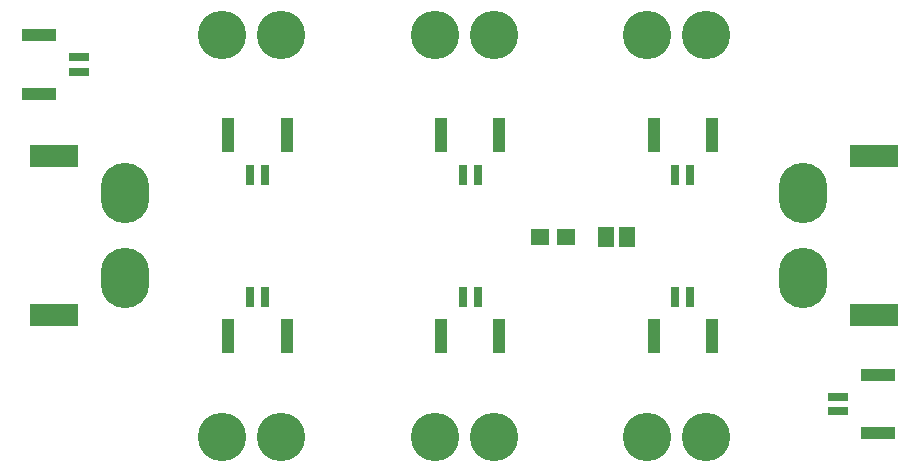
<source format=gts>
G04*
G04 #@! TF.GenerationSoftware,Altium Limited,Altium Designer,20.0.2 (26)*
G04*
G04 Layer_Color=8388736*
%FSLAX25Y25*%
%MOIN*%
G70*
G01*
G75*
%ADD20R,0.06312X0.05800*%
%ADD21R,0.05367X0.06587*%
%ADD22R,0.11417X0.04331*%
%ADD23R,0.07087X0.02756*%
%ADD24R,0.04331X0.11417*%
%ADD25R,0.02756X0.07087*%
%ADD26R,0.16142X0.07284*%
%ADD27O,0.16142X0.20079*%
%ADD28C,0.16142*%
D20*
X438640Y215952D02*
D03*
X447341D02*
D03*
D21*
X460496Y216000D02*
D03*
X467504D02*
D03*
D22*
X271654Y263878D02*
D03*
Y283366D02*
D03*
X551181Y170177D02*
D03*
Y150689D02*
D03*
D23*
X284842Y271161D02*
D03*
Y276083D02*
D03*
X537992Y162894D02*
D03*
Y157972D02*
D03*
D24*
X425098Y183071D02*
D03*
X405610D02*
D03*
X334744Y250000D02*
D03*
X354232D02*
D03*
X495965Y183071D02*
D03*
X476476D02*
D03*
X476476Y250000D02*
D03*
X495965D02*
D03*
X354232Y183071D02*
D03*
X334744D02*
D03*
X405610Y250000D02*
D03*
X425098D02*
D03*
D25*
X417815Y196260D02*
D03*
X412894D02*
D03*
X342028Y236811D02*
D03*
X346949D02*
D03*
X488681Y196260D02*
D03*
X483760D02*
D03*
X483760Y236811D02*
D03*
X488681D02*
D03*
X346949Y196260D02*
D03*
X342028D02*
D03*
X412894Y236811D02*
D03*
X417815D02*
D03*
D26*
X550000Y190000D02*
D03*
Y243150D02*
D03*
X276600D02*
D03*
Y190000D02*
D03*
D27*
X526378Y202402D02*
D03*
Y230748D02*
D03*
X300222D02*
D03*
Y202402D02*
D03*
D28*
X494095Y283465D02*
D03*
X474409D02*
D03*
X423228Y283500D02*
D03*
X403543D02*
D03*
X352362Y283465D02*
D03*
X332677D02*
D03*
X474409Y149606D02*
D03*
X494095D02*
D03*
X403543D02*
D03*
X423228D02*
D03*
X332677D02*
D03*
X352362D02*
D03*
M02*

</source>
